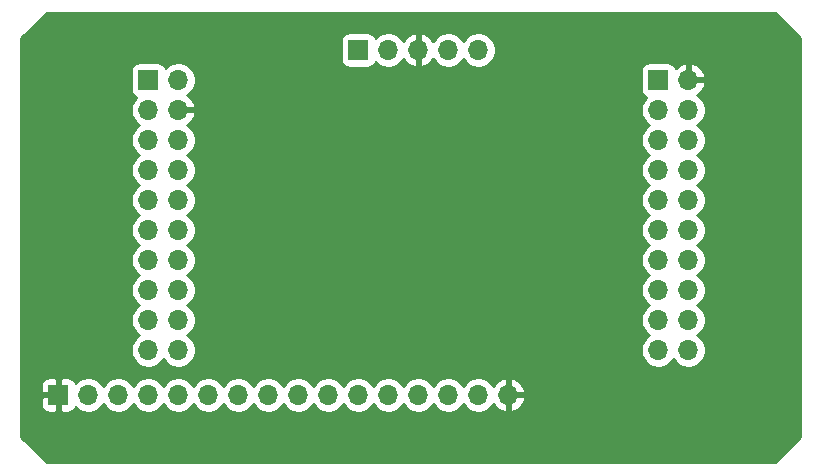
<source format=gbr>
G04 #@! TF.GenerationSoftware,KiCad,Pcbnew,5.1.10*
G04 #@! TF.CreationDate,2021-08-11T21:54:59-06:00*
G04 #@! TF.ProjectId,Speedometer-Top,53706565-646f-46d6-9574-65722d546f70,rev?*
G04 #@! TF.SameCoordinates,Original*
G04 #@! TF.FileFunction,Copper,L2,Bot*
G04 #@! TF.FilePolarity,Positive*
%FSLAX46Y46*%
G04 Gerber Fmt 4.6, Leading zero omitted, Abs format (unit mm)*
G04 Created by KiCad (PCBNEW 5.1.10) date 2021-08-11 21:54:59*
%MOMM*%
%LPD*%
G01*
G04 APERTURE LIST*
G04 #@! TA.AperFunction,ComponentPad*
%ADD10O,1.700000X1.700000*%
G04 #@! TD*
G04 #@! TA.AperFunction,ComponentPad*
%ADD11R,1.700000X1.700000*%
G04 #@! TD*
G04 #@! TA.AperFunction,ViaPad*
%ADD12C,0.800000*%
G04 #@! TD*
G04 #@! TA.AperFunction,Conductor*
%ADD13C,0.254000*%
G04 #@! TD*
G04 #@! TA.AperFunction,Conductor*
%ADD14C,0.100000*%
G04 #@! TD*
G04 APERTURE END LIST*
D10*
G04 #@! TO.P,U2,5*
G04 #@! TO.N,/I2C_SCL*
X53340000Y-17780000D03*
G04 #@! TO.P,U2,4*
G04 #@! TO.N,/I2C_SDA*
X50800000Y-17780000D03*
G04 #@! TO.P,U2,3*
G04 #@! TO.N,/GND*
X48260000Y-17780000D03*
G04 #@! TO.P,U2,2*
G04 #@! TO.N,/V5P0*
X45720000Y-17780000D03*
D11*
G04 #@! TO.P,U2,1*
G04 #@! TO.N,/V3P3*
X43180000Y-17780000D03*
G04 #@! TD*
D10*
G04 #@! TO.P,J1,20*
G04 #@! TO.N,/P5.5*
X27940000Y-43180000D03*
G04 #@! TO.P,J1,19*
G04 #@! TO.N,/P6.4*
X25400000Y-43180000D03*
G04 #@! TO.P,J1,18*
G04 #@! TO.N,/P5.4*
X27940000Y-40640000D03*
G04 #@! TO.P,J1,17*
G04 #@! TO.N,/P6.5*
X25400000Y-40640000D03*
G04 #@! TO.P,J1,16*
G04 #@! TO.N,/P4.7*
X27940000Y-38100000D03*
G04 #@! TO.P,J1,15*
G04 #@! TO.N,/P4.6*
X25400000Y-38100000D03*
G04 #@! TO.P,J1,14*
G04 #@! TO.N,/P4.5*
X27940000Y-35560000D03*
G04 #@! TO.P,J1,13*
G04 #@! TO.N,/P1.5*
X25400000Y-35560000D03*
G04 #@! TO.P,J1,12*
G04 #@! TO.N,/P4.4*
X27940000Y-33020000D03*
G04 #@! TO.P,J1,11*
G04 #@! TO.N,/P4.3*
X25400000Y-33020000D03*
G04 #@! TO.P,J1,10*
G04 #@! TO.N,/SPEED_A*
X27940000Y-30480000D03*
G04 #@! TO.P,J1,9*
G04 #@! TO.N,/P4.1*
X25400000Y-30480000D03*
G04 #@! TO.P,J1,8*
G04 #@! TO.N,/P4.0*
X27940000Y-27940000D03*
G04 #@! TO.P,J1,7*
G04 #@! TO.N,/P3.3*
X25400000Y-27940000D03*
G04 #@! TO.P,J1,6*
G04 #@! TO.N,/FUEL_ADC*
X27940000Y-25400000D03*
G04 #@! TO.P,J1,5*
G04 #@! TO.N,/P3.2*
X25400000Y-25400000D03*
G04 #@! TO.P,J1,4*
G04 #@! TO.N,/GND*
X27940000Y-22860000D03*
G04 #@! TO.P,J1,3*
G04 #@! TO.N,/P6.0*
X25400000Y-22860000D03*
G04 #@! TO.P,J1,2*
G04 #@! TO.N,/V5P0*
X27940000Y-20320000D03*
D11*
G04 #@! TO.P,J1,1*
G04 #@! TO.N,/V3P3*
X25400000Y-20320000D03*
G04 #@! TD*
D10*
G04 #@! TO.P,U1,16*
G04 #@! TO.N,/GND*
X55880000Y-46990000D03*
G04 #@! TO.P,U1,15*
G04 #@! TO.N,Net-(R3-Pad1)*
X53340000Y-46990000D03*
G04 #@! TO.P,U1,14*
G04 #@! TO.N,/MCU_D7*
X50800000Y-46990000D03*
G04 #@! TO.P,U1,13*
G04 #@! TO.N,/MCU_D6*
X48260000Y-46990000D03*
G04 #@! TO.P,U1,12*
G04 #@! TO.N,/MCU_D5*
X45720000Y-46990000D03*
G04 #@! TO.P,U1,11*
G04 #@! TO.N,/MCU_D4*
X43180000Y-46990000D03*
G04 #@! TO.P,U1,10*
G04 #@! TO.N,/MCU_D3*
X40640000Y-46990000D03*
G04 #@! TO.P,U1,9*
G04 #@! TO.N,/MCU_D2*
X38100000Y-46990000D03*
G04 #@! TO.P,U1,8*
G04 #@! TO.N,/MCU_D1*
X35560000Y-46990000D03*
G04 #@! TO.P,U1,7*
G04 #@! TO.N,/MCU_D0*
X33020000Y-46990000D03*
G04 #@! TO.P,U1,6*
G04 #@! TO.N,/MCU_EN*
X30480000Y-46990000D03*
G04 #@! TO.P,U1,5*
G04 #@! TO.N,/MCU_RW*
X27940000Y-46990000D03*
G04 #@! TO.P,U1,4*
G04 #@! TO.N,/MCU_RS*
X25400000Y-46990000D03*
G04 #@! TO.P,U1,3*
G04 #@! TO.N,Net-(R1-Pad1)*
X22860000Y-46990000D03*
G04 #@! TO.P,U1,2*
G04 #@! TO.N,/V5P0*
X20320000Y-46990000D03*
D11*
G04 #@! TO.P,U1,1*
G04 #@! TO.N,/GND*
X17780000Y-46990000D03*
G04 #@! TD*
D10*
G04 #@! TO.P,J2,20*
G04 #@! TO.N,/MCU_BLA*
X71120000Y-43180000D03*
G04 #@! TO.P,J2,19*
G04 #@! TO.N,/MCU_D7*
X68580000Y-43180000D03*
G04 #@! TO.P,J2,18*
G04 #@! TO.N,/MCU_D6*
X71120000Y-40640000D03*
G04 #@! TO.P,J2,17*
G04 #@! TO.N,/MCU_D5*
X68580000Y-40640000D03*
G04 #@! TO.P,J2,16*
G04 #@! TO.N,/MCU_D4*
X71120000Y-38100000D03*
G04 #@! TO.P,J2,15*
G04 #@! TO.N,/MCU_D3*
X68580000Y-38100000D03*
G04 #@! TO.P,J2,14*
G04 #@! TO.N,/I2C_SCL*
X71120000Y-35560000D03*
G04 #@! TO.P,J2,13*
G04 #@! TO.N,/MCU_D2*
X68580000Y-35560000D03*
G04 #@! TO.P,J2,12*
G04 #@! TO.N,/I2C_SDA*
X71120000Y-33020000D03*
G04 #@! TO.P,J2,11*
G04 #@! TO.N,/MCU_D1*
X68580000Y-33020000D03*
G04 #@! TO.P,J2,10*
G04 #@! TO.N,/RST*
X71120000Y-30480000D03*
G04 #@! TO.P,J2,9*
G04 #@! TO.N,/MCU_D0*
X68580000Y-30480000D03*
G04 #@! TO.P,J2,8*
G04 #@! TO.N,/MCU_EN*
X71120000Y-27940000D03*
G04 #@! TO.P,J2,7*
G04 #@! TO.N,/MCU_RW*
X68580000Y-27940000D03*
G04 #@! TO.P,J2,6*
G04 #@! TO.N,/MCU_RS*
X71120000Y-25400000D03*
G04 #@! TO.P,J2,5*
G04 #@! TO.N,/P2.4*
X68580000Y-25400000D03*
G04 #@! TO.P,J2,4*
G04 #@! TO.N,/P2.5*
X71120000Y-22860000D03*
G04 #@! TO.P,J2,3*
G04 #@! TO.N,/P2.6*
X68580000Y-22860000D03*
G04 #@! TO.P,J2,2*
G04 #@! TO.N,/GND*
X71120000Y-20320000D03*
D11*
G04 #@! TO.P,J2,1*
G04 #@! TO.N,/P2.7*
X68580000Y-20320000D03*
G04 #@! TD*
D12*
G04 #@! TO.N,/GND*
X53340000Y-50800000D03*
X49530000Y-50800000D03*
X45720000Y-50800000D03*
X71120000Y-50800000D03*
X71120000Y-16510000D03*
X67310000Y-16510000D03*
X63500000Y-16510000D03*
X59690000Y-16510000D03*
X55880000Y-16510000D03*
X63500000Y-20320000D03*
X59690000Y-20320000D03*
X55880000Y-20320000D03*
X31750000Y-31750000D03*
X31750000Y-27940000D03*
X31750000Y-24130000D03*
X35560000Y-24130000D03*
X35560000Y-27940000D03*
X35560000Y-31750000D03*
X39370000Y-27940000D03*
X39370000Y-24130000D03*
X43180000Y-24130000D03*
X30480000Y-20320000D03*
X35560000Y-20320000D03*
X39370000Y-20320000D03*
X39370000Y-16510000D03*
X35560000Y-16510000D03*
X43180000Y-20320000D03*
X74930000Y-46990000D03*
X74930000Y-43180000D03*
X78740000Y-43180000D03*
X78740000Y-46990000D03*
X74930000Y-31750000D03*
X74930000Y-27940000D03*
X78740000Y-27940000D03*
X78740000Y-31750000D03*
X74930000Y-39370000D03*
X74930000Y-35560000D03*
X78740000Y-35560000D03*
X78740000Y-39370000D03*
X74930000Y-16510000D03*
X78740000Y-16510000D03*
X74930000Y-24130000D03*
X74930000Y-20320000D03*
X78740000Y-20320000D03*
X78740000Y-24130000D03*
X16510000Y-16510000D03*
X20320000Y-16510000D03*
X24130000Y-16510000D03*
X16510000Y-20320000D03*
X20320000Y-20320000D03*
X20320000Y-24130000D03*
X16510000Y-24130000D03*
X16510000Y-27940000D03*
X20320000Y-27940000D03*
X20320000Y-31750000D03*
X16510000Y-31750000D03*
X16510000Y-35560000D03*
X20320000Y-35560000D03*
X20320000Y-39370000D03*
X16510000Y-39370000D03*
X16510000Y-43180000D03*
X20320000Y-43180000D03*
X16510000Y-50800000D03*
X20320000Y-50800000D03*
X24130000Y-50800000D03*
X27940000Y-50800000D03*
X31750000Y-50800000D03*
X35560000Y-50800000D03*
X39370000Y-50800000D03*
X64770000Y-44450000D03*
X59690000Y-46990000D03*
X57150000Y-50800000D03*
X60960000Y-50800000D03*
X71120000Y-46990000D03*
X78740000Y-50800000D03*
X74930000Y-50800000D03*
X67310000Y-50800000D03*
G04 #@! TD*
D13*
G04 #@! TO.N,/GND*
X80620001Y-16783382D02*
X80620000Y-50526619D01*
X78466620Y-52680000D01*
X16783381Y-52680000D01*
X14630000Y-50526620D01*
X14630000Y-47840000D01*
X16291928Y-47840000D01*
X16304188Y-47964482D01*
X16340498Y-48084180D01*
X16399463Y-48194494D01*
X16478815Y-48291185D01*
X16575506Y-48370537D01*
X16685820Y-48429502D01*
X16805518Y-48465812D01*
X16930000Y-48478072D01*
X17494250Y-48475000D01*
X17653000Y-48316250D01*
X17653000Y-47117000D01*
X16453750Y-47117000D01*
X16295000Y-47275750D01*
X16291928Y-47840000D01*
X14630000Y-47840000D01*
X14630000Y-46140000D01*
X16291928Y-46140000D01*
X16295000Y-46704250D01*
X16453750Y-46863000D01*
X17653000Y-46863000D01*
X17653000Y-45663750D01*
X17907000Y-45663750D01*
X17907000Y-46863000D01*
X17927000Y-46863000D01*
X17927000Y-47117000D01*
X17907000Y-47117000D01*
X17907000Y-48316250D01*
X18065750Y-48475000D01*
X18630000Y-48478072D01*
X18754482Y-48465812D01*
X18874180Y-48429502D01*
X18984494Y-48370537D01*
X19081185Y-48291185D01*
X19160537Y-48194494D01*
X19219502Y-48084180D01*
X19241513Y-48011620D01*
X19373368Y-48143475D01*
X19616589Y-48305990D01*
X19886842Y-48417932D01*
X20173740Y-48475000D01*
X20466260Y-48475000D01*
X20753158Y-48417932D01*
X21023411Y-48305990D01*
X21266632Y-48143475D01*
X21473475Y-47936632D01*
X21590000Y-47762240D01*
X21706525Y-47936632D01*
X21913368Y-48143475D01*
X22156589Y-48305990D01*
X22426842Y-48417932D01*
X22713740Y-48475000D01*
X23006260Y-48475000D01*
X23293158Y-48417932D01*
X23563411Y-48305990D01*
X23806632Y-48143475D01*
X24013475Y-47936632D01*
X24130000Y-47762240D01*
X24246525Y-47936632D01*
X24453368Y-48143475D01*
X24696589Y-48305990D01*
X24966842Y-48417932D01*
X25253740Y-48475000D01*
X25546260Y-48475000D01*
X25833158Y-48417932D01*
X26103411Y-48305990D01*
X26346632Y-48143475D01*
X26553475Y-47936632D01*
X26670000Y-47762240D01*
X26786525Y-47936632D01*
X26993368Y-48143475D01*
X27236589Y-48305990D01*
X27506842Y-48417932D01*
X27793740Y-48475000D01*
X28086260Y-48475000D01*
X28373158Y-48417932D01*
X28643411Y-48305990D01*
X28886632Y-48143475D01*
X29093475Y-47936632D01*
X29210000Y-47762240D01*
X29326525Y-47936632D01*
X29533368Y-48143475D01*
X29776589Y-48305990D01*
X30046842Y-48417932D01*
X30333740Y-48475000D01*
X30626260Y-48475000D01*
X30913158Y-48417932D01*
X31183411Y-48305990D01*
X31426632Y-48143475D01*
X31633475Y-47936632D01*
X31750000Y-47762240D01*
X31866525Y-47936632D01*
X32073368Y-48143475D01*
X32316589Y-48305990D01*
X32586842Y-48417932D01*
X32873740Y-48475000D01*
X33166260Y-48475000D01*
X33453158Y-48417932D01*
X33723411Y-48305990D01*
X33966632Y-48143475D01*
X34173475Y-47936632D01*
X34290000Y-47762240D01*
X34406525Y-47936632D01*
X34613368Y-48143475D01*
X34856589Y-48305990D01*
X35126842Y-48417932D01*
X35413740Y-48475000D01*
X35706260Y-48475000D01*
X35993158Y-48417932D01*
X36263411Y-48305990D01*
X36506632Y-48143475D01*
X36713475Y-47936632D01*
X36830000Y-47762240D01*
X36946525Y-47936632D01*
X37153368Y-48143475D01*
X37396589Y-48305990D01*
X37666842Y-48417932D01*
X37953740Y-48475000D01*
X38246260Y-48475000D01*
X38533158Y-48417932D01*
X38803411Y-48305990D01*
X39046632Y-48143475D01*
X39253475Y-47936632D01*
X39370000Y-47762240D01*
X39486525Y-47936632D01*
X39693368Y-48143475D01*
X39936589Y-48305990D01*
X40206842Y-48417932D01*
X40493740Y-48475000D01*
X40786260Y-48475000D01*
X41073158Y-48417932D01*
X41343411Y-48305990D01*
X41586632Y-48143475D01*
X41793475Y-47936632D01*
X41910000Y-47762240D01*
X42026525Y-47936632D01*
X42233368Y-48143475D01*
X42476589Y-48305990D01*
X42746842Y-48417932D01*
X43033740Y-48475000D01*
X43326260Y-48475000D01*
X43613158Y-48417932D01*
X43883411Y-48305990D01*
X44126632Y-48143475D01*
X44333475Y-47936632D01*
X44450000Y-47762240D01*
X44566525Y-47936632D01*
X44773368Y-48143475D01*
X45016589Y-48305990D01*
X45286842Y-48417932D01*
X45573740Y-48475000D01*
X45866260Y-48475000D01*
X46153158Y-48417932D01*
X46423411Y-48305990D01*
X46666632Y-48143475D01*
X46873475Y-47936632D01*
X46990000Y-47762240D01*
X47106525Y-47936632D01*
X47313368Y-48143475D01*
X47556589Y-48305990D01*
X47826842Y-48417932D01*
X48113740Y-48475000D01*
X48406260Y-48475000D01*
X48693158Y-48417932D01*
X48963411Y-48305990D01*
X49206632Y-48143475D01*
X49413475Y-47936632D01*
X49530000Y-47762240D01*
X49646525Y-47936632D01*
X49853368Y-48143475D01*
X50096589Y-48305990D01*
X50366842Y-48417932D01*
X50653740Y-48475000D01*
X50946260Y-48475000D01*
X51233158Y-48417932D01*
X51503411Y-48305990D01*
X51746632Y-48143475D01*
X51953475Y-47936632D01*
X52070000Y-47762240D01*
X52186525Y-47936632D01*
X52393368Y-48143475D01*
X52636589Y-48305990D01*
X52906842Y-48417932D01*
X53193740Y-48475000D01*
X53486260Y-48475000D01*
X53773158Y-48417932D01*
X54043411Y-48305990D01*
X54286632Y-48143475D01*
X54493475Y-47936632D01*
X54615195Y-47754466D01*
X54684822Y-47871355D01*
X54879731Y-48087588D01*
X55113080Y-48261641D01*
X55375901Y-48386825D01*
X55523110Y-48431476D01*
X55753000Y-48310155D01*
X55753000Y-47117000D01*
X56007000Y-47117000D01*
X56007000Y-48310155D01*
X56236890Y-48431476D01*
X56384099Y-48386825D01*
X56646920Y-48261641D01*
X56880269Y-48087588D01*
X57075178Y-47871355D01*
X57224157Y-47621252D01*
X57321481Y-47346891D01*
X57200814Y-47117000D01*
X56007000Y-47117000D01*
X55753000Y-47117000D01*
X55733000Y-47117000D01*
X55733000Y-46863000D01*
X55753000Y-46863000D01*
X55753000Y-45669845D01*
X56007000Y-45669845D01*
X56007000Y-46863000D01*
X57200814Y-46863000D01*
X57321481Y-46633109D01*
X57224157Y-46358748D01*
X57075178Y-46108645D01*
X56880269Y-45892412D01*
X56646920Y-45718359D01*
X56384099Y-45593175D01*
X56236890Y-45548524D01*
X56007000Y-45669845D01*
X55753000Y-45669845D01*
X55523110Y-45548524D01*
X55375901Y-45593175D01*
X55113080Y-45718359D01*
X54879731Y-45892412D01*
X54684822Y-46108645D01*
X54615195Y-46225534D01*
X54493475Y-46043368D01*
X54286632Y-45836525D01*
X54043411Y-45674010D01*
X53773158Y-45562068D01*
X53486260Y-45505000D01*
X53193740Y-45505000D01*
X52906842Y-45562068D01*
X52636589Y-45674010D01*
X52393368Y-45836525D01*
X52186525Y-46043368D01*
X52070000Y-46217760D01*
X51953475Y-46043368D01*
X51746632Y-45836525D01*
X51503411Y-45674010D01*
X51233158Y-45562068D01*
X50946260Y-45505000D01*
X50653740Y-45505000D01*
X50366842Y-45562068D01*
X50096589Y-45674010D01*
X49853368Y-45836525D01*
X49646525Y-46043368D01*
X49530000Y-46217760D01*
X49413475Y-46043368D01*
X49206632Y-45836525D01*
X48963411Y-45674010D01*
X48693158Y-45562068D01*
X48406260Y-45505000D01*
X48113740Y-45505000D01*
X47826842Y-45562068D01*
X47556589Y-45674010D01*
X47313368Y-45836525D01*
X47106525Y-46043368D01*
X46990000Y-46217760D01*
X46873475Y-46043368D01*
X46666632Y-45836525D01*
X46423411Y-45674010D01*
X46153158Y-45562068D01*
X45866260Y-45505000D01*
X45573740Y-45505000D01*
X45286842Y-45562068D01*
X45016589Y-45674010D01*
X44773368Y-45836525D01*
X44566525Y-46043368D01*
X44450000Y-46217760D01*
X44333475Y-46043368D01*
X44126632Y-45836525D01*
X43883411Y-45674010D01*
X43613158Y-45562068D01*
X43326260Y-45505000D01*
X43033740Y-45505000D01*
X42746842Y-45562068D01*
X42476589Y-45674010D01*
X42233368Y-45836525D01*
X42026525Y-46043368D01*
X41910000Y-46217760D01*
X41793475Y-46043368D01*
X41586632Y-45836525D01*
X41343411Y-45674010D01*
X41073158Y-45562068D01*
X40786260Y-45505000D01*
X40493740Y-45505000D01*
X40206842Y-45562068D01*
X39936589Y-45674010D01*
X39693368Y-45836525D01*
X39486525Y-46043368D01*
X39370000Y-46217760D01*
X39253475Y-46043368D01*
X39046632Y-45836525D01*
X38803411Y-45674010D01*
X38533158Y-45562068D01*
X38246260Y-45505000D01*
X37953740Y-45505000D01*
X37666842Y-45562068D01*
X37396589Y-45674010D01*
X37153368Y-45836525D01*
X36946525Y-46043368D01*
X36830000Y-46217760D01*
X36713475Y-46043368D01*
X36506632Y-45836525D01*
X36263411Y-45674010D01*
X35993158Y-45562068D01*
X35706260Y-45505000D01*
X35413740Y-45505000D01*
X35126842Y-45562068D01*
X34856589Y-45674010D01*
X34613368Y-45836525D01*
X34406525Y-46043368D01*
X34290000Y-46217760D01*
X34173475Y-46043368D01*
X33966632Y-45836525D01*
X33723411Y-45674010D01*
X33453158Y-45562068D01*
X33166260Y-45505000D01*
X32873740Y-45505000D01*
X32586842Y-45562068D01*
X32316589Y-45674010D01*
X32073368Y-45836525D01*
X31866525Y-46043368D01*
X31750000Y-46217760D01*
X31633475Y-46043368D01*
X31426632Y-45836525D01*
X31183411Y-45674010D01*
X30913158Y-45562068D01*
X30626260Y-45505000D01*
X30333740Y-45505000D01*
X30046842Y-45562068D01*
X29776589Y-45674010D01*
X29533368Y-45836525D01*
X29326525Y-46043368D01*
X29210000Y-46217760D01*
X29093475Y-46043368D01*
X28886632Y-45836525D01*
X28643411Y-45674010D01*
X28373158Y-45562068D01*
X28086260Y-45505000D01*
X27793740Y-45505000D01*
X27506842Y-45562068D01*
X27236589Y-45674010D01*
X26993368Y-45836525D01*
X26786525Y-46043368D01*
X26670000Y-46217760D01*
X26553475Y-46043368D01*
X26346632Y-45836525D01*
X26103411Y-45674010D01*
X25833158Y-45562068D01*
X25546260Y-45505000D01*
X25253740Y-45505000D01*
X24966842Y-45562068D01*
X24696589Y-45674010D01*
X24453368Y-45836525D01*
X24246525Y-46043368D01*
X24130000Y-46217760D01*
X24013475Y-46043368D01*
X23806632Y-45836525D01*
X23563411Y-45674010D01*
X23293158Y-45562068D01*
X23006260Y-45505000D01*
X22713740Y-45505000D01*
X22426842Y-45562068D01*
X22156589Y-45674010D01*
X21913368Y-45836525D01*
X21706525Y-46043368D01*
X21590000Y-46217760D01*
X21473475Y-46043368D01*
X21266632Y-45836525D01*
X21023411Y-45674010D01*
X20753158Y-45562068D01*
X20466260Y-45505000D01*
X20173740Y-45505000D01*
X19886842Y-45562068D01*
X19616589Y-45674010D01*
X19373368Y-45836525D01*
X19241513Y-45968380D01*
X19219502Y-45895820D01*
X19160537Y-45785506D01*
X19081185Y-45688815D01*
X18984494Y-45609463D01*
X18874180Y-45550498D01*
X18754482Y-45514188D01*
X18630000Y-45501928D01*
X18065750Y-45505000D01*
X17907000Y-45663750D01*
X17653000Y-45663750D01*
X17494250Y-45505000D01*
X16930000Y-45501928D01*
X16805518Y-45514188D01*
X16685820Y-45550498D01*
X16575506Y-45609463D01*
X16478815Y-45688815D01*
X16399463Y-45785506D01*
X16340498Y-45895820D01*
X16304188Y-46015518D01*
X16291928Y-46140000D01*
X14630000Y-46140000D01*
X14630000Y-19470000D01*
X23911928Y-19470000D01*
X23911928Y-21170000D01*
X23924188Y-21294482D01*
X23960498Y-21414180D01*
X24019463Y-21524494D01*
X24098815Y-21621185D01*
X24195506Y-21700537D01*
X24305820Y-21759502D01*
X24378380Y-21781513D01*
X24246525Y-21913368D01*
X24084010Y-22156589D01*
X23972068Y-22426842D01*
X23915000Y-22713740D01*
X23915000Y-23006260D01*
X23972068Y-23293158D01*
X24084010Y-23563411D01*
X24246525Y-23806632D01*
X24453368Y-24013475D01*
X24627760Y-24130000D01*
X24453368Y-24246525D01*
X24246525Y-24453368D01*
X24084010Y-24696589D01*
X23972068Y-24966842D01*
X23915000Y-25253740D01*
X23915000Y-25546260D01*
X23972068Y-25833158D01*
X24084010Y-26103411D01*
X24246525Y-26346632D01*
X24453368Y-26553475D01*
X24627760Y-26670000D01*
X24453368Y-26786525D01*
X24246525Y-26993368D01*
X24084010Y-27236589D01*
X23972068Y-27506842D01*
X23915000Y-27793740D01*
X23915000Y-28086260D01*
X23972068Y-28373158D01*
X24084010Y-28643411D01*
X24246525Y-28886632D01*
X24453368Y-29093475D01*
X24627760Y-29210000D01*
X24453368Y-29326525D01*
X24246525Y-29533368D01*
X24084010Y-29776589D01*
X23972068Y-30046842D01*
X23915000Y-30333740D01*
X23915000Y-30626260D01*
X23972068Y-30913158D01*
X24084010Y-31183411D01*
X24246525Y-31426632D01*
X24453368Y-31633475D01*
X24627760Y-31750000D01*
X24453368Y-31866525D01*
X24246525Y-32073368D01*
X24084010Y-32316589D01*
X23972068Y-32586842D01*
X23915000Y-32873740D01*
X23915000Y-33166260D01*
X23972068Y-33453158D01*
X24084010Y-33723411D01*
X24246525Y-33966632D01*
X24453368Y-34173475D01*
X24627760Y-34290000D01*
X24453368Y-34406525D01*
X24246525Y-34613368D01*
X24084010Y-34856589D01*
X23972068Y-35126842D01*
X23915000Y-35413740D01*
X23915000Y-35706260D01*
X23972068Y-35993158D01*
X24084010Y-36263411D01*
X24246525Y-36506632D01*
X24453368Y-36713475D01*
X24627760Y-36830000D01*
X24453368Y-36946525D01*
X24246525Y-37153368D01*
X24084010Y-37396589D01*
X23972068Y-37666842D01*
X23915000Y-37953740D01*
X23915000Y-38246260D01*
X23972068Y-38533158D01*
X24084010Y-38803411D01*
X24246525Y-39046632D01*
X24453368Y-39253475D01*
X24627760Y-39370000D01*
X24453368Y-39486525D01*
X24246525Y-39693368D01*
X24084010Y-39936589D01*
X23972068Y-40206842D01*
X23915000Y-40493740D01*
X23915000Y-40786260D01*
X23972068Y-41073158D01*
X24084010Y-41343411D01*
X24246525Y-41586632D01*
X24453368Y-41793475D01*
X24627760Y-41910000D01*
X24453368Y-42026525D01*
X24246525Y-42233368D01*
X24084010Y-42476589D01*
X23972068Y-42746842D01*
X23915000Y-43033740D01*
X23915000Y-43326260D01*
X23972068Y-43613158D01*
X24084010Y-43883411D01*
X24246525Y-44126632D01*
X24453368Y-44333475D01*
X24696589Y-44495990D01*
X24966842Y-44607932D01*
X25253740Y-44665000D01*
X25546260Y-44665000D01*
X25833158Y-44607932D01*
X26103411Y-44495990D01*
X26346632Y-44333475D01*
X26553475Y-44126632D01*
X26670000Y-43952240D01*
X26786525Y-44126632D01*
X26993368Y-44333475D01*
X27236589Y-44495990D01*
X27506842Y-44607932D01*
X27793740Y-44665000D01*
X28086260Y-44665000D01*
X28373158Y-44607932D01*
X28643411Y-44495990D01*
X28886632Y-44333475D01*
X29093475Y-44126632D01*
X29255990Y-43883411D01*
X29367932Y-43613158D01*
X29425000Y-43326260D01*
X29425000Y-43033740D01*
X29367932Y-42746842D01*
X29255990Y-42476589D01*
X29093475Y-42233368D01*
X28886632Y-42026525D01*
X28712240Y-41910000D01*
X28886632Y-41793475D01*
X29093475Y-41586632D01*
X29255990Y-41343411D01*
X29367932Y-41073158D01*
X29425000Y-40786260D01*
X29425000Y-40493740D01*
X29367932Y-40206842D01*
X29255990Y-39936589D01*
X29093475Y-39693368D01*
X28886632Y-39486525D01*
X28712240Y-39370000D01*
X28886632Y-39253475D01*
X29093475Y-39046632D01*
X29255990Y-38803411D01*
X29367932Y-38533158D01*
X29425000Y-38246260D01*
X29425000Y-37953740D01*
X29367932Y-37666842D01*
X29255990Y-37396589D01*
X29093475Y-37153368D01*
X28886632Y-36946525D01*
X28712240Y-36830000D01*
X28886632Y-36713475D01*
X29093475Y-36506632D01*
X29255990Y-36263411D01*
X29367932Y-35993158D01*
X29425000Y-35706260D01*
X29425000Y-35413740D01*
X29367932Y-35126842D01*
X29255990Y-34856589D01*
X29093475Y-34613368D01*
X28886632Y-34406525D01*
X28712240Y-34290000D01*
X28886632Y-34173475D01*
X29093475Y-33966632D01*
X29255990Y-33723411D01*
X29367932Y-33453158D01*
X29425000Y-33166260D01*
X29425000Y-32873740D01*
X29367932Y-32586842D01*
X29255990Y-32316589D01*
X29093475Y-32073368D01*
X28886632Y-31866525D01*
X28712240Y-31750000D01*
X28886632Y-31633475D01*
X29093475Y-31426632D01*
X29255990Y-31183411D01*
X29367932Y-30913158D01*
X29425000Y-30626260D01*
X29425000Y-30333740D01*
X29367932Y-30046842D01*
X29255990Y-29776589D01*
X29093475Y-29533368D01*
X28886632Y-29326525D01*
X28712240Y-29210000D01*
X28886632Y-29093475D01*
X29093475Y-28886632D01*
X29255990Y-28643411D01*
X29367932Y-28373158D01*
X29425000Y-28086260D01*
X29425000Y-27793740D01*
X29367932Y-27506842D01*
X29255990Y-27236589D01*
X29093475Y-26993368D01*
X28886632Y-26786525D01*
X28712240Y-26670000D01*
X28886632Y-26553475D01*
X29093475Y-26346632D01*
X29255990Y-26103411D01*
X29367932Y-25833158D01*
X29425000Y-25546260D01*
X29425000Y-25253740D01*
X29367932Y-24966842D01*
X29255990Y-24696589D01*
X29093475Y-24453368D01*
X28886632Y-24246525D01*
X28704466Y-24124805D01*
X28821355Y-24055178D01*
X29037588Y-23860269D01*
X29211641Y-23626920D01*
X29336825Y-23364099D01*
X29381476Y-23216890D01*
X29260155Y-22987000D01*
X28067000Y-22987000D01*
X28067000Y-23007000D01*
X27813000Y-23007000D01*
X27813000Y-22987000D01*
X27793000Y-22987000D01*
X27793000Y-22733000D01*
X27813000Y-22733000D01*
X27813000Y-22713000D01*
X28067000Y-22713000D01*
X28067000Y-22733000D01*
X29260155Y-22733000D01*
X29381476Y-22503110D01*
X29336825Y-22355901D01*
X29211641Y-22093080D01*
X29037588Y-21859731D01*
X28821355Y-21664822D01*
X28704466Y-21595195D01*
X28886632Y-21473475D01*
X29093475Y-21266632D01*
X29255990Y-21023411D01*
X29367932Y-20753158D01*
X29425000Y-20466260D01*
X29425000Y-20173740D01*
X29367932Y-19886842D01*
X29255990Y-19616589D01*
X29158043Y-19470000D01*
X67091928Y-19470000D01*
X67091928Y-21170000D01*
X67104188Y-21294482D01*
X67140498Y-21414180D01*
X67199463Y-21524494D01*
X67278815Y-21621185D01*
X67375506Y-21700537D01*
X67485820Y-21759502D01*
X67558380Y-21781513D01*
X67426525Y-21913368D01*
X67264010Y-22156589D01*
X67152068Y-22426842D01*
X67095000Y-22713740D01*
X67095000Y-23006260D01*
X67152068Y-23293158D01*
X67264010Y-23563411D01*
X67426525Y-23806632D01*
X67633368Y-24013475D01*
X67807760Y-24130000D01*
X67633368Y-24246525D01*
X67426525Y-24453368D01*
X67264010Y-24696589D01*
X67152068Y-24966842D01*
X67095000Y-25253740D01*
X67095000Y-25546260D01*
X67152068Y-25833158D01*
X67264010Y-26103411D01*
X67426525Y-26346632D01*
X67633368Y-26553475D01*
X67807760Y-26670000D01*
X67633368Y-26786525D01*
X67426525Y-26993368D01*
X67264010Y-27236589D01*
X67152068Y-27506842D01*
X67095000Y-27793740D01*
X67095000Y-28086260D01*
X67152068Y-28373158D01*
X67264010Y-28643411D01*
X67426525Y-28886632D01*
X67633368Y-29093475D01*
X67807760Y-29210000D01*
X67633368Y-29326525D01*
X67426525Y-29533368D01*
X67264010Y-29776589D01*
X67152068Y-30046842D01*
X67095000Y-30333740D01*
X67095000Y-30626260D01*
X67152068Y-30913158D01*
X67264010Y-31183411D01*
X67426525Y-31426632D01*
X67633368Y-31633475D01*
X67807760Y-31750000D01*
X67633368Y-31866525D01*
X67426525Y-32073368D01*
X67264010Y-32316589D01*
X67152068Y-32586842D01*
X67095000Y-32873740D01*
X67095000Y-33166260D01*
X67152068Y-33453158D01*
X67264010Y-33723411D01*
X67426525Y-33966632D01*
X67633368Y-34173475D01*
X67807760Y-34290000D01*
X67633368Y-34406525D01*
X67426525Y-34613368D01*
X67264010Y-34856589D01*
X67152068Y-35126842D01*
X67095000Y-35413740D01*
X67095000Y-35706260D01*
X67152068Y-35993158D01*
X67264010Y-36263411D01*
X67426525Y-36506632D01*
X67633368Y-36713475D01*
X67807760Y-36830000D01*
X67633368Y-36946525D01*
X67426525Y-37153368D01*
X67264010Y-37396589D01*
X67152068Y-37666842D01*
X67095000Y-37953740D01*
X67095000Y-38246260D01*
X67152068Y-38533158D01*
X67264010Y-38803411D01*
X67426525Y-39046632D01*
X67633368Y-39253475D01*
X67807760Y-39370000D01*
X67633368Y-39486525D01*
X67426525Y-39693368D01*
X67264010Y-39936589D01*
X67152068Y-40206842D01*
X67095000Y-40493740D01*
X67095000Y-40786260D01*
X67152068Y-41073158D01*
X67264010Y-41343411D01*
X67426525Y-41586632D01*
X67633368Y-41793475D01*
X67807760Y-41910000D01*
X67633368Y-42026525D01*
X67426525Y-42233368D01*
X67264010Y-42476589D01*
X67152068Y-42746842D01*
X67095000Y-43033740D01*
X67095000Y-43326260D01*
X67152068Y-43613158D01*
X67264010Y-43883411D01*
X67426525Y-44126632D01*
X67633368Y-44333475D01*
X67876589Y-44495990D01*
X68146842Y-44607932D01*
X68433740Y-44665000D01*
X68726260Y-44665000D01*
X69013158Y-44607932D01*
X69283411Y-44495990D01*
X69526632Y-44333475D01*
X69733475Y-44126632D01*
X69850000Y-43952240D01*
X69966525Y-44126632D01*
X70173368Y-44333475D01*
X70416589Y-44495990D01*
X70686842Y-44607932D01*
X70973740Y-44665000D01*
X71266260Y-44665000D01*
X71553158Y-44607932D01*
X71823411Y-44495990D01*
X72066632Y-44333475D01*
X72273475Y-44126632D01*
X72435990Y-43883411D01*
X72547932Y-43613158D01*
X72605000Y-43326260D01*
X72605000Y-43033740D01*
X72547932Y-42746842D01*
X72435990Y-42476589D01*
X72273475Y-42233368D01*
X72066632Y-42026525D01*
X71892240Y-41910000D01*
X72066632Y-41793475D01*
X72273475Y-41586632D01*
X72435990Y-41343411D01*
X72547932Y-41073158D01*
X72605000Y-40786260D01*
X72605000Y-40493740D01*
X72547932Y-40206842D01*
X72435990Y-39936589D01*
X72273475Y-39693368D01*
X72066632Y-39486525D01*
X71892240Y-39370000D01*
X72066632Y-39253475D01*
X72273475Y-39046632D01*
X72435990Y-38803411D01*
X72547932Y-38533158D01*
X72605000Y-38246260D01*
X72605000Y-37953740D01*
X72547932Y-37666842D01*
X72435990Y-37396589D01*
X72273475Y-37153368D01*
X72066632Y-36946525D01*
X71892240Y-36830000D01*
X72066632Y-36713475D01*
X72273475Y-36506632D01*
X72435990Y-36263411D01*
X72547932Y-35993158D01*
X72605000Y-35706260D01*
X72605000Y-35413740D01*
X72547932Y-35126842D01*
X72435990Y-34856589D01*
X72273475Y-34613368D01*
X72066632Y-34406525D01*
X71892240Y-34290000D01*
X72066632Y-34173475D01*
X72273475Y-33966632D01*
X72435990Y-33723411D01*
X72547932Y-33453158D01*
X72605000Y-33166260D01*
X72605000Y-32873740D01*
X72547932Y-32586842D01*
X72435990Y-32316589D01*
X72273475Y-32073368D01*
X72066632Y-31866525D01*
X71892240Y-31750000D01*
X72066632Y-31633475D01*
X72273475Y-31426632D01*
X72435990Y-31183411D01*
X72547932Y-30913158D01*
X72605000Y-30626260D01*
X72605000Y-30333740D01*
X72547932Y-30046842D01*
X72435990Y-29776589D01*
X72273475Y-29533368D01*
X72066632Y-29326525D01*
X71892240Y-29210000D01*
X72066632Y-29093475D01*
X72273475Y-28886632D01*
X72435990Y-28643411D01*
X72547932Y-28373158D01*
X72605000Y-28086260D01*
X72605000Y-27793740D01*
X72547932Y-27506842D01*
X72435990Y-27236589D01*
X72273475Y-26993368D01*
X72066632Y-26786525D01*
X71892240Y-26670000D01*
X72066632Y-26553475D01*
X72273475Y-26346632D01*
X72435990Y-26103411D01*
X72547932Y-25833158D01*
X72605000Y-25546260D01*
X72605000Y-25253740D01*
X72547932Y-24966842D01*
X72435990Y-24696589D01*
X72273475Y-24453368D01*
X72066632Y-24246525D01*
X71892240Y-24130000D01*
X72066632Y-24013475D01*
X72273475Y-23806632D01*
X72435990Y-23563411D01*
X72547932Y-23293158D01*
X72605000Y-23006260D01*
X72605000Y-22713740D01*
X72547932Y-22426842D01*
X72435990Y-22156589D01*
X72273475Y-21913368D01*
X72066632Y-21706525D01*
X71884466Y-21584805D01*
X72001355Y-21515178D01*
X72217588Y-21320269D01*
X72391641Y-21086920D01*
X72516825Y-20824099D01*
X72561476Y-20676890D01*
X72440155Y-20447000D01*
X71247000Y-20447000D01*
X71247000Y-20467000D01*
X70993000Y-20467000D01*
X70993000Y-20447000D01*
X70973000Y-20447000D01*
X70973000Y-20193000D01*
X70993000Y-20193000D01*
X70993000Y-18999186D01*
X71247000Y-18999186D01*
X71247000Y-20193000D01*
X72440155Y-20193000D01*
X72561476Y-19963110D01*
X72516825Y-19815901D01*
X72391641Y-19553080D01*
X72217588Y-19319731D01*
X72001355Y-19124822D01*
X71751252Y-18975843D01*
X71476891Y-18878519D01*
X71247000Y-18999186D01*
X70993000Y-18999186D01*
X70763109Y-18878519D01*
X70488748Y-18975843D01*
X70238645Y-19124822D01*
X70042498Y-19301626D01*
X70019502Y-19225820D01*
X69960537Y-19115506D01*
X69881185Y-19018815D01*
X69784494Y-18939463D01*
X69674180Y-18880498D01*
X69554482Y-18844188D01*
X69430000Y-18831928D01*
X67730000Y-18831928D01*
X67605518Y-18844188D01*
X67485820Y-18880498D01*
X67375506Y-18939463D01*
X67278815Y-19018815D01*
X67199463Y-19115506D01*
X67140498Y-19225820D01*
X67104188Y-19345518D01*
X67091928Y-19470000D01*
X29158043Y-19470000D01*
X29093475Y-19373368D01*
X28886632Y-19166525D01*
X28643411Y-19004010D01*
X28373158Y-18892068D01*
X28086260Y-18835000D01*
X27793740Y-18835000D01*
X27506842Y-18892068D01*
X27236589Y-19004010D01*
X26993368Y-19166525D01*
X26861513Y-19298380D01*
X26839502Y-19225820D01*
X26780537Y-19115506D01*
X26701185Y-19018815D01*
X26604494Y-18939463D01*
X26494180Y-18880498D01*
X26374482Y-18844188D01*
X26250000Y-18831928D01*
X24550000Y-18831928D01*
X24425518Y-18844188D01*
X24305820Y-18880498D01*
X24195506Y-18939463D01*
X24098815Y-19018815D01*
X24019463Y-19115506D01*
X23960498Y-19225820D01*
X23924188Y-19345518D01*
X23911928Y-19470000D01*
X14630000Y-19470000D01*
X14630000Y-16930000D01*
X41691928Y-16930000D01*
X41691928Y-18630000D01*
X41704188Y-18754482D01*
X41740498Y-18874180D01*
X41799463Y-18984494D01*
X41878815Y-19081185D01*
X41975506Y-19160537D01*
X42085820Y-19219502D01*
X42205518Y-19255812D01*
X42330000Y-19268072D01*
X44030000Y-19268072D01*
X44154482Y-19255812D01*
X44274180Y-19219502D01*
X44384494Y-19160537D01*
X44481185Y-19081185D01*
X44560537Y-18984494D01*
X44619502Y-18874180D01*
X44641513Y-18801620D01*
X44773368Y-18933475D01*
X45016589Y-19095990D01*
X45286842Y-19207932D01*
X45573740Y-19265000D01*
X45866260Y-19265000D01*
X46153158Y-19207932D01*
X46423411Y-19095990D01*
X46666632Y-18933475D01*
X46873475Y-18726632D01*
X46995195Y-18544466D01*
X47064822Y-18661355D01*
X47259731Y-18877588D01*
X47493080Y-19051641D01*
X47755901Y-19176825D01*
X47903110Y-19221476D01*
X48133000Y-19100155D01*
X48133000Y-17907000D01*
X48113000Y-17907000D01*
X48113000Y-17653000D01*
X48133000Y-17653000D01*
X48133000Y-16459845D01*
X48387000Y-16459845D01*
X48387000Y-17653000D01*
X48407000Y-17653000D01*
X48407000Y-17907000D01*
X48387000Y-17907000D01*
X48387000Y-19100155D01*
X48616890Y-19221476D01*
X48764099Y-19176825D01*
X49026920Y-19051641D01*
X49260269Y-18877588D01*
X49455178Y-18661355D01*
X49524805Y-18544466D01*
X49646525Y-18726632D01*
X49853368Y-18933475D01*
X50096589Y-19095990D01*
X50366842Y-19207932D01*
X50653740Y-19265000D01*
X50946260Y-19265000D01*
X51233158Y-19207932D01*
X51503411Y-19095990D01*
X51746632Y-18933475D01*
X51953475Y-18726632D01*
X52070000Y-18552240D01*
X52186525Y-18726632D01*
X52393368Y-18933475D01*
X52636589Y-19095990D01*
X52906842Y-19207932D01*
X53193740Y-19265000D01*
X53486260Y-19265000D01*
X53773158Y-19207932D01*
X54043411Y-19095990D01*
X54286632Y-18933475D01*
X54493475Y-18726632D01*
X54655990Y-18483411D01*
X54767932Y-18213158D01*
X54825000Y-17926260D01*
X54825000Y-17633740D01*
X54767932Y-17346842D01*
X54655990Y-17076589D01*
X54493475Y-16833368D01*
X54286632Y-16626525D01*
X54043411Y-16464010D01*
X53773158Y-16352068D01*
X53486260Y-16295000D01*
X53193740Y-16295000D01*
X52906842Y-16352068D01*
X52636589Y-16464010D01*
X52393368Y-16626525D01*
X52186525Y-16833368D01*
X52070000Y-17007760D01*
X51953475Y-16833368D01*
X51746632Y-16626525D01*
X51503411Y-16464010D01*
X51233158Y-16352068D01*
X50946260Y-16295000D01*
X50653740Y-16295000D01*
X50366842Y-16352068D01*
X50096589Y-16464010D01*
X49853368Y-16626525D01*
X49646525Y-16833368D01*
X49524805Y-17015534D01*
X49455178Y-16898645D01*
X49260269Y-16682412D01*
X49026920Y-16508359D01*
X48764099Y-16383175D01*
X48616890Y-16338524D01*
X48387000Y-16459845D01*
X48133000Y-16459845D01*
X47903110Y-16338524D01*
X47755901Y-16383175D01*
X47493080Y-16508359D01*
X47259731Y-16682412D01*
X47064822Y-16898645D01*
X46995195Y-17015534D01*
X46873475Y-16833368D01*
X46666632Y-16626525D01*
X46423411Y-16464010D01*
X46153158Y-16352068D01*
X45866260Y-16295000D01*
X45573740Y-16295000D01*
X45286842Y-16352068D01*
X45016589Y-16464010D01*
X44773368Y-16626525D01*
X44641513Y-16758380D01*
X44619502Y-16685820D01*
X44560537Y-16575506D01*
X44481185Y-16478815D01*
X44384494Y-16399463D01*
X44274180Y-16340498D01*
X44154482Y-16304188D01*
X44030000Y-16291928D01*
X42330000Y-16291928D01*
X42205518Y-16304188D01*
X42085820Y-16340498D01*
X41975506Y-16399463D01*
X41878815Y-16478815D01*
X41799463Y-16575506D01*
X41740498Y-16685820D01*
X41704188Y-16805518D01*
X41691928Y-16930000D01*
X14630000Y-16930000D01*
X14630000Y-16783380D01*
X16783381Y-14630000D01*
X78466620Y-14630000D01*
X80620001Y-16783382D01*
G04 #@! TA.AperFunction,Conductor*
D14*
G36*
X80620001Y-16783382D02*
G01*
X80620000Y-50526619D01*
X78466620Y-52680000D01*
X16783381Y-52680000D01*
X14630000Y-50526620D01*
X14630000Y-47840000D01*
X16291928Y-47840000D01*
X16304188Y-47964482D01*
X16340498Y-48084180D01*
X16399463Y-48194494D01*
X16478815Y-48291185D01*
X16575506Y-48370537D01*
X16685820Y-48429502D01*
X16805518Y-48465812D01*
X16930000Y-48478072D01*
X17494250Y-48475000D01*
X17653000Y-48316250D01*
X17653000Y-47117000D01*
X16453750Y-47117000D01*
X16295000Y-47275750D01*
X16291928Y-47840000D01*
X14630000Y-47840000D01*
X14630000Y-46140000D01*
X16291928Y-46140000D01*
X16295000Y-46704250D01*
X16453750Y-46863000D01*
X17653000Y-46863000D01*
X17653000Y-45663750D01*
X17907000Y-45663750D01*
X17907000Y-46863000D01*
X17927000Y-46863000D01*
X17927000Y-47117000D01*
X17907000Y-47117000D01*
X17907000Y-48316250D01*
X18065750Y-48475000D01*
X18630000Y-48478072D01*
X18754482Y-48465812D01*
X18874180Y-48429502D01*
X18984494Y-48370537D01*
X19081185Y-48291185D01*
X19160537Y-48194494D01*
X19219502Y-48084180D01*
X19241513Y-48011620D01*
X19373368Y-48143475D01*
X19616589Y-48305990D01*
X19886842Y-48417932D01*
X20173740Y-48475000D01*
X20466260Y-48475000D01*
X20753158Y-48417932D01*
X21023411Y-48305990D01*
X21266632Y-48143475D01*
X21473475Y-47936632D01*
X21590000Y-47762240D01*
X21706525Y-47936632D01*
X21913368Y-48143475D01*
X22156589Y-48305990D01*
X22426842Y-48417932D01*
X22713740Y-48475000D01*
X23006260Y-48475000D01*
X23293158Y-48417932D01*
X23563411Y-48305990D01*
X23806632Y-48143475D01*
X24013475Y-47936632D01*
X24130000Y-47762240D01*
X24246525Y-47936632D01*
X24453368Y-48143475D01*
X24696589Y-48305990D01*
X24966842Y-48417932D01*
X25253740Y-48475000D01*
X25546260Y-48475000D01*
X25833158Y-48417932D01*
X26103411Y-48305990D01*
X26346632Y-48143475D01*
X26553475Y-47936632D01*
X26670000Y-47762240D01*
X26786525Y-47936632D01*
X26993368Y-48143475D01*
X27236589Y-48305990D01*
X27506842Y-48417932D01*
X27793740Y-48475000D01*
X28086260Y-48475000D01*
X28373158Y-48417932D01*
X28643411Y-48305990D01*
X28886632Y-48143475D01*
X29093475Y-47936632D01*
X29210000Y-47762240D01*
X29326525Y-47936632D01*
X29533368Y-48143475D01*
X29776589Y-48305990D01*
X30046842Y-48417932D01*
X30333740Y-48475000D01*
X30626260Y-48475000D01*
X30913158Y-48417932D01*
X31183411Y-48305990D01*
X31426632Y-48143475D01*
X31633475Y-47936632D01*
X31750000Y-47762240D01*
X31866525Y-47936632D01*
X32073368Y-48143475D01*
X32316589Y-48305990D01*
X32586842Y-48417932D01*
X32873740Y-48475000D01*
X33166260Y-48475000D01*
X33453158Y-48417932D01*
X33723411Y-48305990D01*
X33966632Y-48143475D01*
X34173475Y-47936632D01*
X34290000Y-47762240D01*
X34406525Y-47936632D01*
X34613368Y-48143475D01*
X34856589Y-48305990D01*
X35126842Y-48417932D01*
X35413740Y-48475000D01*
X35706260Y-48475000D01*
X35993158Y-48417932D01*
X36263411Y-48305990D01*
X36506632Y-48143475D01*
X36713475Y-47936632D01*
X36830000Y-47762240D01*
X36946525Y-47936632D01*
X37153368Y-48143475D01*
X37396589Y-48305990D01*
X37666842Y-48417932D01*
X37953740Y-48475000D01*
X38246260Y-48475000D01*
X38533158Y-48417932D01*
X38803411Y-48305990D01*
X39046632Y-48143475D01*
X39253475Y-47936632D01*
X39370000Y-47762240D01*
X39486525Y-47936632D01*
X39693368Y-48143475D01*
X39936589Y-48305990D01*
X40206842Y-48417932D01*
X40493740Y-48475000D01*
X40786260Y-48475000D01*
X41073158Y-48417932D01*
X41343411Y-48305990D01*
X41586632Y-48143475D01*
X41793475Y-47936632D01*
X41910000Y-47762240D01*
X42026525Y-47936632D01*
X42233368Y-48143475D01*
X42476589Y-48305990D01*
X42746842Y-48417932D01*
X43033740Y-48475000D01*
X43326260Y-48475000D01*
X43613158Y-48417932D01*
X43883411Y-48305990D01*
X44126632Y-48143475D01*
X44333475Y-47936632D01*
X44450000Y-47762240D01*
X44566525Y-47936632D01*
X44773368Y-48143475D01*
X45016589Y-48305990D01*
X45286842Y-48417932D01*
X45573740Y-48475000D01*
X45866260Y-48475000D01*
X46153158Y-48417932D01*
X46423411Y-48305990D01*
X46666632Y-48143475D01*
X46873475Y-47936632D01*
X46990000Y-47762240D01*
X47106525Y-47936632D01*
X47313368Y-48143475D01*
X47556589Y-48305990D01*
X47826842Y-48417932D01*
X48113740Y-48475000D01*
X48406260Y-48475000D01*
X48693158Y-48417932D01*
X48963411Y-48305990D01*
X49206632Y-48143475D01*
X49413475Y-47936632D01*
X49530000Y-47762240D01*
X49646525Y-47936632D01*
X49853368Y-48143475D01*
X50096589Y-48305990D01*
X50366842Y-48417932D01*
X50653740Y-48475000D01*
X50946260Y-48475000D01*
X51233158Y-48417932D01*
X51503411Y-48305990D01*
X51746632Y-48143475D01*
X51953475Y-47936632D01*
X52070000Y-47762240D01*
X52186525Y-47936632D01*
X52393368Y-48143475D01*
X52636589Y-48305990D01*
X52906842Y-48417932D01*
X53193740Y-48475000D01*
X53486260Y-48475000D01*
X53773158Y-48417932D01*
X54043411Y-48305990D01*
X54286632Y-48143475D01*
X54493475Y-47936632D01*
X54615195Y-47754466D01*
X54684822Y-47871355D01*
X54879731Y-48087588D01*
X55113080Y-48261641D01*
X55375901Y-48386825D01*
X55523110Y-48431476D01*
X55753000Y-48310155D01*
X55753000Y-47117000D01*
X56007000Y-47117000D01*
X56007000Y-48310155D01*
X56236890Y-48431476D01*
X56384099Y-48386825D01*
X56646920Y-48261641D01*
X56880269Y-48087588D01*
X57075178Y-47871355D01*
X57224157Y-47621252D01*
X57321481Y-47346891D01*
X57200814Y-47117000D01*
X56007000Y-47117000D01*
X55753000Y-47117000D01*
X55733000Y-47117000D01*
X55733000Y-46863000D01*
X55753000Y-46863000D01*
X55753000Y-45669845D01*
X56007000Y-45669845D01*
X56007000Y-46863000D01*
X57200814Y-46863000D01*
X57321481Y-46633109D01*
X57224157Y-46358748D01*
X57075178Y-46108645D01*
X56880269Y-45892412D01*
X56646920Y-45718359D01*
X56384099Y-45593175D01*
X56236890Y-45548524D01*
X56007000Y-45669845D01*
X55753000Y-45669845D01*
X55523110Y-45548524D01*
X55375901Y-45593175D01*
X55113080Y-45718359D01*
X54879731Y-45892412D01*
X54684822Y-46108645D01*
X54615195Y-46225534D01*
X54493475Y-46043368D01*
X54286632Y-45836525D01*
X54043411Y-45674010D01*
X53773158Y-45562068D01*
X53486260Y-45505000D01*
X53193740Y-45505000D01*
X52906842Y-45562068D01*
X52636589Y-45674010D01*
X52393368Y-45836525D01*
X52186525Y-46043368D01*
X52070000Y-46217760D01*
X51953475Y-46043368D01*
X51746632Y-45836525D01*
X51503411Y-45674010D01*
X51233158Y-45562068D01*
X50946260Y-45505000D01*
X50653740Y-45505000D01*
X50366842Y-45562068D01*
X50096589Y-45674010D01*
X49853368Y-45836525D01*
X49646525Y-46043368D01*
X49530000Y-46217760D01*
X49413475Y-46043368D01*
X49206632Y-45836525D01*
X48963411Y-45674010D01*
X48693158Y-45562068D01*
X48406260Y-45505000D01*
X48113740Y-45505000D01*
X47826842Y-45562068D01*
X47556589Y-45674010D01*
X47313368Y-45836525D01*
X47106525Y-46043368D01*
X46990000Y-46217760D01*
X46873475Y-46043368D01*
X46666632Y-45836525D01*
X46423411Y-45674010D01*
X46153158Y-45562068D01*
X45866260Y-45505000D01*
X45573740Y-45505000D01*
X45286842Y-45562068D01*
X45016589Y-45674010D01*
X44773368Y-45836525D01*
X44566525Y-46043368D01*
X44450000Y-46217760D01*
X44333475Y-46043368D01*
X44126632Y-45836525D01*
X43883411Y-45674010D01*
X43613158Y-45562068D01*
X43326260Y-45505000D01*
X43033740Y-45505000D01*
X42746842Y-45562068D01*
X42476589Y-45674010D01*
X42233368Y-45836525D01*
X42026525Y-46043368D01*
X41910000Y-46217760D01*
X41793475Y-46043368D01*
X41586632Y-45836525D01*
X41343411Y-45674010D01*
X41073158Y-45562068D01*
X40786260Y-45505000D01*
X40493740Y-45505000D01*
X40206842Y-45562068D01*
X39936589Y-45674010D01*
X39693368Y-45836525D01*
X39486525Y-46043368D01*
X39370000Y-46217760D01*
X39253475Y-46043368D01*
X39046632Y-45836525D01*
X38803411Y-45674010D01*
X38533158Y-45562068D01*
X38246260Y-45505000D01*
X37953740Y-45505000D01*
X37666842Y-45562068D01*
X37396589Y-45674010D01*
X37153368Y-45836525D01*
X36946525Y-46043368D01*
X36830000Y-46217760D01*
X36713475Y-46043368D01*
X36506632Y-45836525D01*
X36263411Y-45674010D01*
X35993158Y-45562068D01*
X35706260Y-45505000D01*
X35413740Y-45505000D01*
X35126842Y-45562068D01*
X34856589Y-45674010D01*
X34613368Y-45836525D01*
X34406525Y-46043368D01*
X34290000Y-46217760D01*
X34173475Y-46043368D01*
X33966632Y-45836525D01*
X33723411Y-45674010D01*
X33453158Y-45562068D01*
X33166260Y-45505000D01*
X32873740Y-45505000D01*
X32586842Y-45562068D01*
X32316589Y-45674010D01*
X32073368Y-45836525D01*
X31866525Y-46043368D01*
X31750000Y-46217760D01*
X31633475Y-46043368D01*
X31426632Y-45836525D01*
X31183411Y-45674010D01*
X30913158Y-45562068D01*
X30626260Y-45505000D01*
X30333740Y-45505000D01*
X30046842Y-45562068D01*
X29776589Y-45674010D01*
X29533368Y-45836525D01*
X29326525Y-46043368D01*
X29210000Y-46217760D01*
X29093475Y-46043368D01*
X28886632Y-45836525D01*
X28643411Y-45674010D01*
X28373158Y-45562068D01*
X28086260Y-45505000D01*
X27793740Y-45505000D01*
X27506842Y-45562068D01*
X27236589Y-45674010D01*
X26993368Y-45836525D01*
X26786525Y-46043368D01*
X26670000Y-46217760D01*
X26553475Y-46043368D01*
X26346632Y-45836525D01*
X26103411Y-45674010D01*
X25833158Y-45562068D01*
X25546260Y-45505000D01*
X25253740Y-45505000D01*
X24966842Y-45562068D01*
X24696589Y-45674010D01*
X24453368Y-45836525D01*
X24246525Y-46043368D01*
X24130000Y-46217760D01*
X24013475Y-46043368D01*
X23806632Y-45836525D01*
X23563411Y-45674010D01*
X23293158Y-45562068D01*
X23006260Y-45505000D01*
X22713740Y-45505000D01*
X22426842Y-45562068D01*
X22156589Y-45674010D01*
X21913368Y-45836525D01*
X21706525Y-46043368D01*
X21590000Y-46217760D01*
X21473475Y-46043368D01*
X21266632Y-45836525D01*
X21023411Y-45674010D01*
X20753158Y-45562068D01*
X20466260Y-45505000D01*
X20173740Y-45505000D01*
X19886842Y-45562068D01*
X19616589Y-45674010D01*
X19373368Y-45836525D01*
X19241513Y-45968380D01*
X19219502Y-45895820D01*
X19160537Y-45785506D01*
X19081185Y-45688815D01*
X18984494Y-45609463D01*
X18874180Y-45550498D01*
X18754482Y-45514188D01*
X18630000Y-45501928D01*
X18065750Y-45505000D01*
X17907000Y-45663750D01*
X17653000Y-45663750D01*
X17494250Y-45505000D01*
X16930000Y-45501928D01*
X16805518Y-45514188D01*
X16685820Y-45550498D01*
X16575506Y-45609463D01*
X16478815Y-45688815D01*
X16399463Y-45785506D01*
X16340498Y-45895820D01*
X16304188Y-46015518D01*
X16291928Y-46140000D01*
X14630000Y-46140000D01*
X14630000Y-19470000D01*
X23911928Y-19470000D01*
X23911928Y-21170000D01*
X23924188Y-21294482D01*
X23960498Y-21414180D01*
X24019463Y-21524494D01*
X24098815Y-21621185D01*
X24195506Y-21700537D01*
X24305820Y-21759502D01*
X24378380Y-21781513D01*
X24246525Y-21913368D01*
X24084010Y-22156589D01*
X23972068Y-22426842D01*
X23915000Y-22713740D01*
X23915000Y-23006260D01*
X23972068Y-23293158D01*
X24084010Y-23563411D01*
X24246525Y-23806632D01*
X24453368Y-24013475D01*
X24627760Y-24130000D01*
X24453368Y-24246525D01*
X24246525Y-24453368D01*
X24084010Y-24696589D01*
X23972068Y-24966842D01*
X23915000Y-25253740D01*
X23915000Y-25546260D01*
X23972068Y-25833158D01*
X24084010Y-26103411D01*
X24246525Y-26346632D01*
X24453368Y-26553475D01*
X24627760Y-26670000D01*
X24453368Y-26786525D01*
X24246525Y-26993368D01*
X24084010Y-27236589D01*
X23972068Y-27506842D01*
X23915000Y-27793740D01*
X23915000Y-28086260D01*
X23972068Y-28373158D01*
X24084010Y-28643411D01*
X24246525Y-28886632D01*
X24453368Y-29093475D01*
X24627760Y-29210000D01*
X24453368Y-29326525D01*
X24246525Y-29533368D01*
X24084010Y-29776589D01*
X23972068Y-30046842D01*
X23915000Y-30333740D01*
X23915000Y-30626260D01*
X23972068Y-30913158D01*
X24084010Y-31183411D01*
X24246525Y-31426632D01*
X24453368Y-31633475D01*
X24627760Y-31750000D01*
X24453368Y-31866525D01*
X24246525Y-32073368D01*
X24084010Y-32316589D01*
X23972068Y-32586842D01*
X23915000Y-32873740D01*
X23915000Y-33166260D01*
X23972068Y-33453158D01*
X24084010Y-33723411D01*
X24246525Y-33966632D01*
X24453368Y-34173475D01*
X24627760Y-34290000D01*
X24453368Y-34406525D01*
X24246525Y-34613368D01*
X24084010Y-34856589D01*
X23972068Y-35126842D01*
X23915000Y-35413740D01*
X23915000Y-35706260D01*
X23972068Y-35993158D01*
X24084010Y-36263411D01*
X24246525Y-36506632D01*
X24453368Y-36713475D01*
X24627760Y-36830000D01*
X24453368Y-36946525D01*
X24246525Y-37153368D01*
X24084010Y-37396589D01*
X23972068Y-37666842D01*
X23915000Y-37953740D01*
X23915000Y-38246260D01*
X23972068Y-38533158D01*
X24084010Y-38803411D01*
X24246525Y-39046632D01*
X24453368Y-39253475D01*
X24627760Y-39370000D01*
X24453368Y-39486525D01*
X24246525Y-39693368D01*
X24084010Y-39936589D01*
X23972068Y-40206842D01*
X23915000Y-40493740D01*
X23915000Y-40786260D01*
X23972068Y-41073158D01*
X24084010Y-41343411D01*
X24246525Y-41586632D01*
X24453368Y-41793475D01*
X24627760Y-41910000D01*
X24453368Y-42026525D01*
X24246525Y-42233368D01*
X24084010Y-42476589D01*
X23972068Y-42746842D01*
X23915000Y-43033740D01*
X23915000Y-43326260D01*
X23972068Y-43613158D01*
X24084010Y-43883411D01*
X24246525Y-44126632D01*
X24453368Y-44333475D01*
X24696589Y-44495990D01*
X24966842Y-44607932D01*
X25253740Y-44665000D01*
X25546260Y-44665000D01*
X25833158Y-44607932D01*
X26103411Y-44495990D01*
X26346632Y-44333475D01*
X26553475Y-44126632D01*
X26670000Y-43952240D01*
X26786525Y-44126632D01*
X26993368Y-44333475D01*
X27236589Y-44495990D01*
X27506842Y-44607932D01*
X27793740Y-44665000D01*
X28086260Y-44665000D01*
X28373158Y-44607932D01*
X28643411Y-44495990D01*
X28886632Y-44333475D01*
X29093475Y-44126632D01*
X29255990Y-43883411D01*
X29367932Y-43613158D01*
X29425000Y-43326260D01*
X29425000Y-43033740D01*
X29367932Y-42746842D01*
X29255990Y-42476589D01*
X29093475Y-42233368D01*
X28886632Y-42026525D01*
X28712240Y-41910000D01*
X28886632Y-41793475D01*
X29093475Y-41586632D01*
X29255990Y-41343411D01*
X29367932Y-41073158D01*
X29425000Y-40786260D01*
X29425000Y-40493740D01*
X29367932Y-40206842D01*
X29255990Y-39936589D01*
X29093475Y-39693368D01*
X28886632Y-39486525D01*
X28712240Y-39370000D01*
X28886632Y-39253475D01*
X29093475Y-39046632D01*
X29255990Y-38803411D01*
X29367932Y-38533158D01*
X29425000Y-38246260D01*
X29425000Y-37953740D01*
X29367932Y-37666842D01*
X29255990Y-37396589D01*
X29093475Y-37153368D01*
X28886632Y-36946525D01*
X28712240Y-36830000D01*
X28886632Y-36713475D01*
X29093475Y-36506632D01*
X29255990Y-36263411D01*
X29367932Y-35993158D01*
X29425000Y-35706260D01*
X29425000Y-35413740D01*
X29367932Y-35126842D01*
X29255990Y-34856589D01*
X29093475Y-34613368D01*
X28886632Y-34406525D01*
X28712240Y-34290000D01*
X28886632Y-34173475D01*
X29093475Y-33966632D01*
X29255990Y-33723411D01*
X29367932Y-33453158D01*
X29425000Y-33166260D01*
X29425000Y-32873740D01*
X29367932Y-32586842D01*
X29255990Y-32316589D01*
X29093475Y-32073368D01*
X28886632Y-31866525D01*
X28712240Y-31750000D01*
X28886632Y-31633475D01*
X29093475Y-31426632D01*
X29255990Y-31183411D01*
X29367932Y-30913158D01*
X29425000Y-30626260D01*
X29425000Y-30333740D01*
X29367932Y-30046842D01*
X29255990Y-29776589D01*
X29093475Y-29533368D01*
X28886632Y-29326525D01*
X28712240Y-29210000D01*
X28886632Y-29093475D01*
X29093475Y-28886632D01*
X29255990Y-28643411D01*
X29367932Y-28373158D01*
X29425000Y-28086260D01*
X29425000Y-27793740D01*
X29367932Y-27506842D01*
X29255990Y-27236589D01*
X29093475Y-26993368D01*
X28886632Y-26786525D01*
X28712240Y-26670000D01*
X28886632Y-26553475D01*
X29093475Y-26346632D01*
X29255990Y-26103411D01*
X29367932Y-25833158D01*
X29425000Y-25546260D01*
X29425000Y-25253740D01*
X29367932Y-24966842D01*
X29255990Y-24696589D01*
X29093475Y-24453368D01*
X28886632Y-24246525D01*
X28704466Y-24124805D01*
X28821355Y-24055178D01*
X29037588Y-23860269D01*
X29211641Y-23626920D01*
X29336825Y-23364099D01*
X29381476Y-23216890D01*
X29260155Y-22987000D01*
X28067000Y-22987000D01*
X28067000Y-23007000D01*
X27813000Y-23007000D01*
X27813000Y-22987000D01*
X27793000Y-22987000D01*
X27793000Y-22733000D01*
X27813000Y-22733000D01*
X27813000Y-22713000D01*
X28067000Y-22713000D01*
X28067000Y-22733000D01*
X29260155Y-22733000D01*
X29381476Y-22503110D01*
X29336825Y-22355901D01*
X29211641Y-22093080D01*
X29037588Y-21859731D01*
X28821355Y-21664822D01*
X28704466Y-21595195D01*
X28886632Y-21473475D01*
X29093475Y-21266632D01*
X29255990Y-21023411D01*
X29367932Y-20753158D01*
X29425000Y-20466260D01*
X29425000Y-20173740D01*
X29367932Y-19886842D01*
X29255990Y-19616589D01*
X29158043Y-19470000D01*
X67091928Y-19470000D01*
X67091928Y-21170000D01*
X67104188Y-21294482D01*
X67140498Y-21414180D01*
X67199463Y-21524494D01*
X67278815Y-21621185D01*
X67375506Y-21700537D01*
X67485820Y-21759502D01*
X67558380Y-21781513D01*
X67426525Y-21913368D01*
X67264010Y-22156589D01*
X67152068Y-22426842D01*
X67095000Y-22713740D01*
X67095000Y-23006260D01*
X67152068Y-23293158D01*
X67264010Y-23563411D01*
X67426525Y-23806632D01*
X67633368Y-24013475D01*
X67807760Y-24130000D01*
X67633368Y-24246525D01*
X67426525Y-24453368D01*
X67264010Y-24696589D01*
X67152068Y-24966842D01*
X67095000Y-25253740D01*
X67095000Y-25546260D01*
X67152068Y-25833158D01*
X67264010Y-26103411D01*
X67426525Y-26346632D01*
X67633368Y-26553475D01*
X67807760Y-26670000D01*
X67633368Y-26786525D01*
X67426525Y-26993368D01*
X67264010Y-27236589D01*
X67152068Y-27506842D01*
X67095000Y-27793740D01*
X67095000Y-28086260D01*
X67152068Y-28373158D01*
X67264010Y-28643411D01*
X67426525Y-28886632D01*
X67633368Y-29093475D01*
X67807760Y-29210000D01*
X67633368Y-29326525D01*
X67426525Y-29533368D01*
X67264010Y-29776589D01*
X67152068Y-30046842D01*
X67095000Y-30333740D01*
X67095000Y-30626260D01*
X67152068Y-30913158D01*
X67264010Y-31183411D01*
X67426525Y-31426632D01*
X67633368Y-31633475D01*
X67807760Y-31750000D01*
X67633368Y-31866525D01*
X67426525Y-32073368D01*
X67264010Y-32316589D01*
X67152068Y-32586842D01*
X67095000Y-32873740D01*
X67095000Y-33166260D01*
X67152068Y-33453158D01*
X67264010Y-33723411D01*
X67426525Y-33966632D01*
X67633368Y-34173475D01*
X67807760Y-34290000D01*
X67633368Y-34406525D01*
X67426525Y-34613368D01*
X67264010Y-34856589D01*
X67152068Y-35126842D01*
X67095000Y-35413740D01*
X67095000Y-35706260D01*
X67152068Y-35993158D01*
X67264010Y-36263411D01*
X67426525Y-36506632D01*
X67633368Y-36713475D01*
X67807760Y-36830000D01*
X67633368Y-36946525D01*
X67426525Y-37153368D01*
X67264010Y-37396589D01*
X67152068Y-37666842D01*
X67095000Y-37953740D01*
X67095000Y-38246260D01*
X67152068Y-38533158D01*
X67264010Y-38803411D01*
X67426525Y-39046632D01*
X67633368Y-39253475D01*
X67807760Y-39370000D01*
X67633368Y-39486525D01*
X67426525Y-39693368D01*
X67264010Y-39936589D01*
X67152068Y-40206842D01*
X67095000Y-40493740D01*
X67095000Y-40786260D01*
X67152068Y-41073158D01*
X67264010Y-41343411D01*
X67426525Y-41586632D01*
X67633368Y-41793475D01*
X67807760Y-41910000D01*
X67633368Y-42026525D01*
X67426525Y-42233368D01*
X67264010Y-42476589D01*
X67152068Y-42746842D01*
X67095000Y-43033740D01*
X67095000Y-43326260D01*
X67152068Y-43613158D01*
X67264010Y-43883411D01*
X67426525Y-44126632D01*
X67633368Y-44333475D01*
X67876589Y-44495990D01*
X68146842Y-44607932D01*
X68433740Y-44665000D01*
X68726260Y-44665000D01*
X69013158Y-44607932D01*
X69283411Y-44495990D01*
X69526632Y-44333475D01*
X69733475Y-44126632D01*
X69850000Y-43952240D01*
X69966525Y-44126632D01*
X70173368Y-44333475D01*
X70416589Y-44495990D01*
X70686842Y-44607932D01*
X70973740Y-44665000D01*
X71266260Y-44665000D01*
X71553158Y-44607932D01*
X71823411Y-44495990D01*
X72066632Y-44333475D01*
X72273475Y-44126632D01*
X72435990Y-43883411D01*
X72547932Y-43613158D01*
X72605000Y-43326260D01*
X72605000Y-43033740D01*
X72547932Y-42746842D01*
X72435990Y-42476589D01*
X72273475Y-42233368D01*
X72066632Y-42026525D01*
X71892240Y-41910000D01*
X72066632Y-41793475D01*
X72273475Y-41586632D01*
X72435990Y-41343411D01*
X72547932Y-41073158D01*
X72605000Y-40786260D01*
X72605000Y-40493740D01*
X72547932Y-40206842D01*
X72435990Y-39936589D01*
X72273475Y-39693368D01*
X72066632Y-39486525D01*
X71892240Y-39370000D01*
X72066632Y-39253475D01*
X72273475Y-39046632D01*
X72435990Y-38803411D01*
X72547932Y-38533158D01*
X72605000Y-38246260D01*
X72605000Y-37953740D01*
X72547932Y-37666842D01*
X72435990Y-37396589D01*
X72273475Y-37153368D01*
X72066632Y-36946525D01*
X71892240Y-36830000D01*
X72066632Y-36713475D01*
X72273475Y-36506632D01*
X72435990Y-36263411D01*
X72547932Y-35993158D01*
X72605000Y-35706260D01*
X72605000Y-35413740D01*
X72547932Y-35126842D01*
X72435990Y-34856589D01*
X72273475Y-34613368D01*
X72066632Y-34406525D01*
X71892240Y-34290000D01*
X72066632Y-34173475D01*
X72273475Y-33966632D01*
X72435990Y-33723411D01*
X72547932Y-33453158D01*
X72605000Y-33166260D01*
X72605000Y-32873740D01*
X72547932Y-32586842D01*
X72435990Y-32316589D01*
X72273475Y-32073368D01*
X72066632Y-31866525D01*
X71892240Y-31750000D01*
X72066632Y-31633475D01*
X72273475Y-31426632D01*
X72435990Y-31183411D01*
X72547932Y-30913158D01*
X72605000Y-30626260D01*
X72605000Y-30333740D01*
X72547932Y-30046842D01*
X72435990Y-29776589D01*
X72273475Y-29533368D01*
X72066632Y-29326525D01*
X71892240Y-29210000D01*
X72066632Y-29093475D01*
X72273475Y-28886632D01*
X72435990Y-28643411D01*
X72547932Y-28373158D01*
X72605000Y-28086260D01*
X72605000Y-27793740D01*
X72547932Y-27506842D01*
X72435990Y-27236589D01*
X72273475Y-26993368D01*
X72066632Y-26786525D01*
X71892240Y-26670000D01*
X72066632Y-26553475D01*
X72273475Y-26346632D01*
X72435990Y-26103411D01*
X72547932Y-25833158D01*
X72605000Y-25546260D01*
X72605000Y-25253740D01*
X72547932Y-24966842D01*
X72435990Y-24696589D01*
X72273475Y-24453368D01*
X72066632Y-24246525D01*
X71892240Y-24130000D01*
X72066632Y-24013475D01*
X72273475Y-23806632D01*
X72435990Y-23563411D01*
X72547932Y-23293158D01*
X72605000Y-23006260D01*
X72605000Y-22713740D01*
X72547932Y-22426842D01*
X72435990Y-22156589D01*
X72273475Y-21913368D01*
X72066632Y-21706525D01*
X71884466Y-21584805D01*
X72001355Y-21515178D01*
X72217588Y-21320269D01*
X72391641Y-21086920D01*
X72516825Y-20824099D01*
X72561476Y-20676890D01*
X72440155Y-20447000D01*
X71247000Y-20447000D01*
X71247000Y-20467000D01*
X70993000Y-20467000D01*
X70993000Y-20447000D01*
X70973000Y-20447000D01*
X70973000Y-20193000D01*
X70993000Y-20193000D01*
X70993000Y-18999186D01*
X71247000Y-18999186D01*
X71247000Y-20193000D01*
X72440155Y-20193000D01*
X72561476Y-19963110D01*
X72516825Y-19815901D01*
X72391641Y-19553080D01*
X72217588Y-19319731D01*
X72001355Y-19124822D01*
X71751252Y-18975843D01*
X71476891Y-18878519D01*
X71247000Y-18999186D01*
X70993000Y-18999186D01*
X70763109Y-18878519D01*
X70488748Y-18975843D01*
X70238645Y-19124822D01*
X70042498Y-19301626D01*
X70019502Y-19225820D01*
X69960537Y-19115506D01*
X69881185Y-19018815D01*
X69784494Y-18939463D01*
X69674180Y-18880498D01*
X69554482Y-18844188D01*
X69430000Y-18831928D01*
X67730000Y-18831928D01*
X67605518Y-18844188D01*
X67485820Y-18880498D01*
X67375506Y-18939463D01*
X67278815Y-19018815D01*
X67199463Y-19115506D01*
X67140498Y-19225820D01*
X67104188Y-19345518D01*
X67091928Y-19470000D01*
X29158043Y-19470000D01*
X29093475Y-19373368D01*
X28886632Y-19166525D01*
X28643411Y-19004010D01*
X28373158Y-18892068D01*
X28086260Y-18835000D01*
X27793740Y-18835000D01*
X27506842Y-18892068D01*
X27236589Y-19004010D01*
X26993368Y-19166525D01*
X26861513Y-19298380D01*
X26839502Y-19225820D01*
X26780537Y-19115506D01*
X26701185Y-19018815D01*
X26604494Y-18939463D01*
X26494180Y-18880498D01*
X26374482Y-18844188D01*
X26250000Y-18831928D01*
X24550000Y-18831928D01*
X24425518Y-18844188D01*
X24305820Y-18880498D01*
X24195506Y-18939463D01*
X24098815Y-19018815D01*
X24019463Y-19115506D01*
X23960498Y-19225820D01*
X23924188Y-19345518D01*
X23911928Y-19470000D01*
X14630000Y-19470000D01*
X14630000Y-16930000D01*
X41691928Y-16930000D01*
X41691928Y-18630000D01*
X41704188Y-18754482D01*
X41740498Y-18874180D01*
X41799463Y-18984494D01*
X41878815Y-19081185D01*
X41975506Y-19160537D01*
X42085820Y-19219502D01*
X42205518Y-19255812D01*
X42330000Y-19268072D01*
X44030000Y-19268072D01*
X44154482Y-19255812D01*
X44274180Y-19219502D01*
X44384494Y-19160537D01*
X44481185Y-19081185D01*
X44560537Y-18984494D01*
X44619502Y-18874180D01*
X44641513Y-18801620D01*
X44773368Y-18933475D01*
X45016589Y-19095990D01*
X45286842Y-19207932D01*
X45573740Y-19265000D01*
X45866260Y-19265000D01*
X46153158Y-19207932D01*
X46423411Y-19095990D01*
X46666632Y-18933475D01*
X46873475Y-18726632D01*
X46995195Y-18544466D01*
X47064822Y-18661355D01*
X47259731Y-18877588D01*
X47493080Y-19051641D01*
X47755901Y-19176825D01*
X47903110Y-19221476D01*
X48133000Y-19100155D01*
X48133000Y-17907000D01*
X48113000Y-17907000D01*
X48113000Y-17653000D01*
X48133000Y-17653000D01*
X48133000Y-16459845D01*
X48387000Y-16459845D01*
X48387000Y-17653000D01*
X48407000Y-17653000D01*
X48407000Y-17907000D01*
X48387000Y-17907000D01*
X48387000Y-19100155D01*
X48616890Y-19221476D01*
X48764099Y-19176825D01*
X49026920Y-19051641D01*
X49260269Y-18877588D01*
X49455178Y-18661355D01*
X49524805Y-18544466D01*
X49646525Y-18726632D01*
X49853368Y-18933475D01*
X50096589Y-19095990D01*
X50366842Y-19207932D01*
X50653740Y-19265000D01*
X50946260Y-19265000D01*
X51233158Y-19207932D01*
X51503411Y-19095990D01*
X51746632Y-18933475D01*
X51953475Y-18726632D01*
X52070000Y-18552240D01*
X52186525Y-18726632D01*
X52393368Y-18933475D01*
X52636589Y-19095990D01*
X52906842Y-19207932D01*
X53193740Y-19265000D01*
X53486260Y-19265000D01*
X53773158Y-19207932D01*
X54043411Y-19095990D01*
X54286632Y-18933475D01*
X54493475Y-18726632D01*
X54655990Y-18483411D01*
X54767932Y-18213158D01*
X54825000Y-17926260D01*
X54825000Y-17633740D01*
X54767932Y-17346842D01*
X54655990Y-17076589D01*
X54493475Y-16833368D01*
X54286632Y-16626525D01*
X54043411Y-16464010D01*
X53773158Y-16352068D01*
X53486260Y-16295000D01*
X53193740Y-16295000D01*
X52906842Y-16352068D01*
X52636589Y-16464010D01*
X52393368Y-16626525D01*
X52186525Y-16833368D01*
X52070000Y-17007760D01*
X51953475Y-16833368D01*
X51746632Y-16626525D01*
X51503411Y-16464010D01*
X51233158Y-16352068D01*
X50946260Y-16295000D01*
X50653740Y-16295000D01*
X50366842Y-16352068D01*
X50096589Y-16464010D01*
X49853368Y-16626525D01*
X49646525Y-16833368D01*
X49524805Y-17015534D01*
X49455178Y-16898645D01*
X49260269Y-16682412D01*
X49026920Y-16508359D01*
X48764099Y-16383175D01*
X48616890Y-16338524D01*
X48387000Y-16459845D01*
X48133000Y-16459845D01*
X47903110Y-16338524D01*
X47755901Y-16383175D01*
X47493080Y-16508359D01*
X47259731Y-16682412D01*
X47064822Y-16898645D01*
X46995195Y-17015534D01*
X46873475Y-16833368D01*
X46666632Y-16626525D01*
X46423411Y-16464010D01*
X46153158Y-16352068D01*
X45866260Y-16295000D01*
X45573740Y-16295000D01*
X45286842Y-16352068D01*
X45016589Y-16464010D01*
X44773368Y-16626525D01*
X44641513Y-16758380D01*
X44619502Y-16685820D01*
X44560537Y-16575506D01*
X44481185Y-16478815D01*
X44384494Y-16399463D01*
X44274180Y-16340498D01*
X44154482Y-16304188D01*
X44030000Y-16291928D01*
X42330000Y-16291928D01*
X42205518Y-16304188D01*
X42085820Y-16340498D01*
X41975506Y-16399463D01*
X41878815Y-16478815D01*
X41799463Y-16575506D01*
X41740498Y-16685820D01*
X41704188Y-16805518D01*
X41691928Y-16930000D01*
X14630000Y-16930000D01*
X14630000Y-16783380D01*
X16783381Y-14630000D01*
X78466620Y-14630000D01*
X80620001Y-16783382D01*
G37*
G04 #@! TD.AperFunction*
G04 #@! TD*
M02*

</source>
